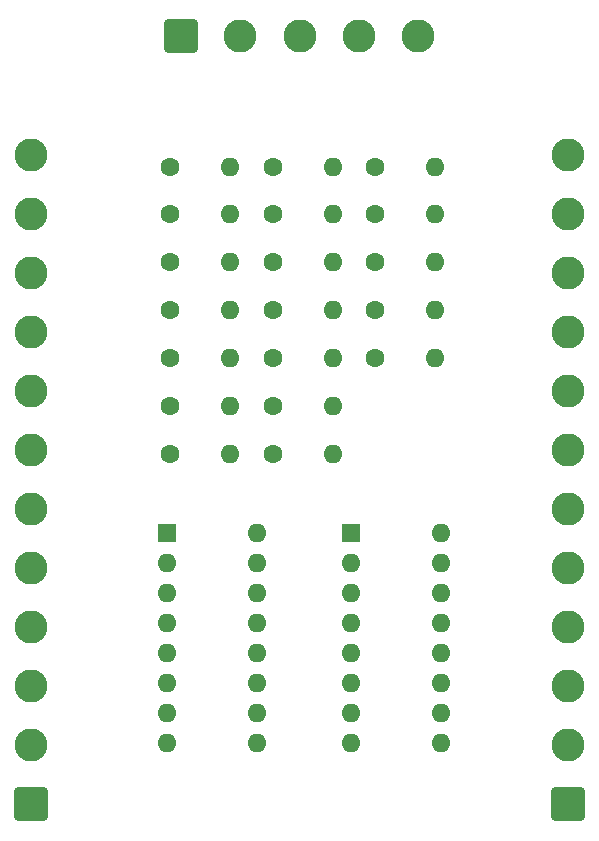
<source format=gbr>
%TF.GenerationSoftware,KiCad,Pcbnew,8.0.8-8.0.8-0~ubuntu24.04.1*%
%TF.CreationDate,2025-02-09T12:29:42+01:00*%
%TF.ProjectId,SNES_CONTROLLER,534e4553-5f43-44f4-9e54-524f4c4c4552,rev?*%
%TF.SameCoordinates,Original*%
%TF.FileFunction,Soldermask,Bot*%
%TF.FilePolarity,Negative*%
%FSLAX46Y46*%
G04 Gerber Fmt 4.6, Leading zero omitted, Abs format (unit mm)*
G04 Created by KiCad (PCBNEW 8.0.8-8.0.8-0~ubuntu24.04.1) date 2025-02-09 12:29:42*
%MOMM*%
%LPD*%
G01*
G04 APERTURE LIST*
G04 Aperture macros list*
%AMRoundRect*
0 Rectangle with rounded corners*
0 $1 Rounding radius*
0 $2 $3 $4 $5 $6 $7 $8 $9 X,Y pos of 4 corners*
0 Add a 4 corners polygon primitive as box body*
4,1,4,$2,$3,$4,$5,$6,$7,$8,$9,$2,$3,0*
0 Add four circle primitives for the rounded corners*
1,1,$1+$1,$2,$3*
1,1,$1+$1,$4,$5*
1,1,$1+$1,$6,$7*
1,1,$1+$1,$8,$9*
0 Add four rect primitives between the rounded corners*
20,1,$1+$1,$2,$3,$4,$5,0*
20,1,$1+$1,$4,$5,$6,$7,0*
20,1,$1+$1,$6,$7,$8,$9,0*
20,1,$1+$1,$8,$9,$2,$3,0*%
G04 Aperture macros list end*
%ADD10C,1.600000*%
%ADD11O,1.600000X1.600000*%
%ADD12RoundRect,0.250001X1.149999X-1.149999X1.149999X1.149999X-1.149999X1.149999X-1.149999X-1.149999X0*%
%ADD13C,2.800000*%
%ADD14R,1.600000X1.600000*%
%ADD15RoundRect,0.250001X-1.149999X-1.149999X1.149999X-1.149999X1.149999X1.149999X-1.149999X1.149999X0*%
G04 APERTURE END LIST*
D10*
%TO.C,R8*%
X124000000Y-75500000D03*
D11*
X129080000Y-75500000D03*
%TD*%
D10*
%TO.C,R10*%
X124000000Y-83600000D03*
D11*
X129080000Y-83600000D03*
%TD*%
D10*
%TO.C,R18*%
X132680000Y-87650000D03*
D11*
X137760000Y-87650000D03*
%TD*%
D12*
%TO.C,J2*%
X103500000Y-129500000D03*
D13*
X103500000Y-124500000D03*
X103500000Y-119500000D03*
X103500000Y-114500000D03*
X103500000Y-109500000D03*
X103500000Y-104500000D03*
X103500000Y-99500000D03*
X103500000Y-94500000D03*
X103500000Y-89500000D03*
X103500000Y-84500000D03*
X103500000Y-79500000D03*
X103500000Y-74500000D03*
%TD*%
D14*
%TO.C,U2*%
X130635000Y-106520000D03*
D11*
X130635000Y-109060000D03*
X130635000Y-111600000D03*
X130635000Y-114140000D03*
X130635000Y-116680000D03*
X130635000Y-119220000D03*
X130635000Y-121760000D03*
X130635000Y-124300000D03*
X138255000Y-124300000D03*
X138255000Y-121760000D03*
X138255000Y-119220000D03*
X138255000Y-116680000D03*
X138255000Y-114140000D03*
X138255000Y-111600000D03*
X138255000Y-109060000D03*
X138255000Y-106520000D03*
%TD*%
D10*
%TO.C,R19*%
X132680000Y-91700000D03*
D11*
X137760000Y-91700000D03*
%TD*%
D10*
%TO.C,R6*%
X115320000Y-95750000D03*
D11*
X120400000Y-95750000D03*
%TD*%
D10*
%TO.C,R15*%
X132680000Y-75500000D03*
D11*
X137760000Y-75500000D03*
%TD*%
D10*
%TO.C,R2*%
X115320000Y-79550000D03*
D11*
X120400000Y-79550000D03*
%TD*%
D12*
%TO.C,J3*%
X149000000Y-129500000D03*
D13*
X149000000Y-124500000D03*
X149000000Y-119500000D03*
X149000000Y-114500000D03*
X149000000Y-109500000D03*
X149000000Y-104500000D03*
X149000000Y-99500000D03*
X149000000Y-94500000D03*
X149000000Y-89500000D03*
X149000000Y-84500000D03*
X149000000Y-79500000D03*
X149000000Y-74500000D03*
%TD*%
D10*
%TO.C,R1*%
X115320000Y-75500000D03*
D11*
X120400000Y-75500000D03*
%TD*%
D10*
%TO.C,R9*%
X124000000Y-79550000D03*
D11*
X129080000Y-79550000D03*
%TD*%
D10*
%TO.C,R13*%
X124000000Y-95750000D03*
D11*
X129080000Y-95750000D03*
%TD*%
D10*
%TO.C,R7*%
X115320000Y-99800000D03*
D11*
X120400000Y-99800000D03*
%TD*%
D15*
%TO.C,J4*%
X116250000Y-64467500D03*
D13*
X121250000Y-64467500D03*
X126250000Y-64467500D03*
X131250000Y-64467500D03*
X136250000Y-64467500D03*
%TD*%
D10*
%TO.C,R11*%
X124000000Y-87650000D03*
D11*
X129080000Y-87650000D03*
%TD*%
D10*
%TO.C,R4*%
X115320000Y-87650000D03*
D11*
X120400000Y-87650000D03*
%TD*%
D14*
%TO.C,U1*%
X115015000Y-106520000D03*
D11*
X115015000Y-109060000D03*
X115015000Y-111600000D03*
X115015000Y-114140000D03*
X115015000Y-116680000D03*
X115015000Y-119220000D03*
X115015000Y-121760000D03*
X115015000Y-124300000D03*
X122635000Y-124300000D03*
X122635000Y-121760000D03*
X122635000Y-119220000D03*
X122635000Y-116680000D03*
X122635000Y-114140000D03*
X122635000Y-111600000D03*
X122635000Y-109060000D03*
X122635000Y-106520000D03*
%TD*%
D10*
%TO.C,R12*%
X124000000Y-91700000D03*
D11*
X129080000Y-91700000D03*
%TD*%
D10*
%TO.C,R5*%
X115320000Y-91700000D03*
D11*
X120400000Y-91700000D03*
%TD*%
D10*
%TO.C,R3*%
X115320000Y-83600000D03*
D11*
X120400000Y-83600000D03*
%TD*%
D10*
%TO.C,R17*%
X132680000Y-83600000D03*
D11*
X137760000Y-83600000D03*
%TD*%
D10*
%TO.C,R14*%
X124000000Y-99800000D03*
D11*
X129080000Y-99800000D03*
%TD*%
D10*
%TO.C,R16*%
X132680000Y-79550000D03*
D11*
X137760000Y-79550000D03*
%TD*%
M02*

</source>
